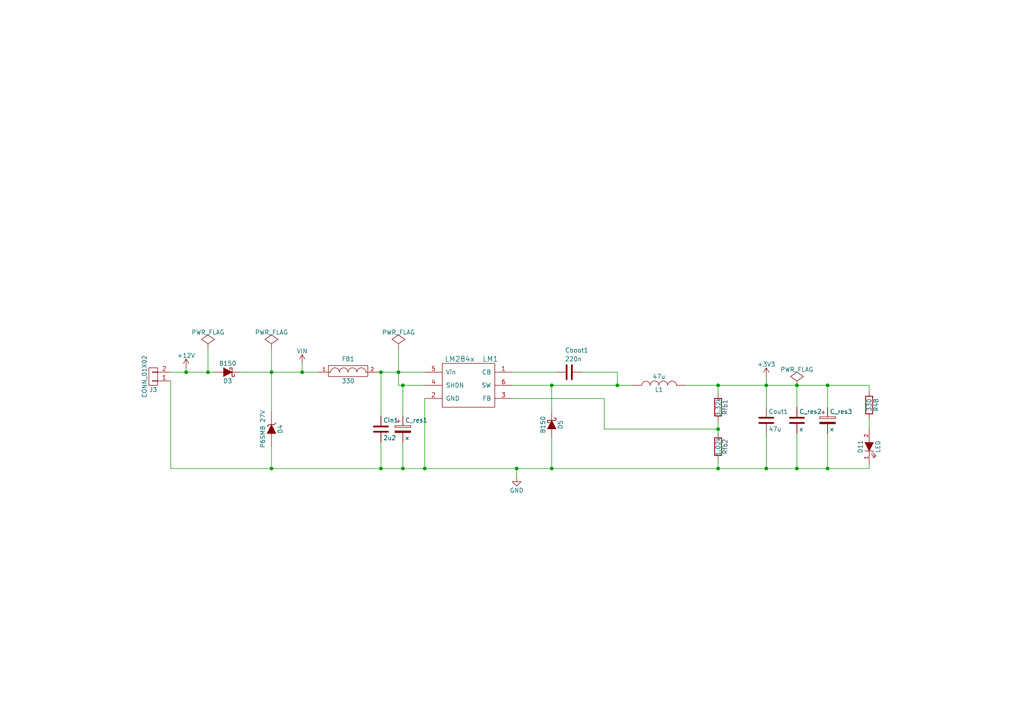
<source format=kicad_sch>
(kicad_sch (version 20211123) (generator eeschema)
  (paper "A4")
  (title_block (title "Power Supply") (date "2017-06-16") (rev "1.1") (company "Max Becker") (comment 1 "Revision 1.1 - Michael Funk"))
  (lib_symbols
    (symbol "freeDSP_Classic_SMD-rescue:+12V" (power) (pin_names (offset 0))
      (property "Value" "+12V" (at 0 3.556 0))
      (symbol "+12V_0_1"
        (polyline (pts (xy -0.762 1.27) (xy 0 2.54)))
        (polyline (pts (xy 0 0) (xy 0 2.54)))
        (polyline (pts (xy 0 2.54) (xy 0.762 1.27)))
      )
      (symbol "+12V_1_1"
        (pin power_in line (at 0 0 90) (length 0) hide (name "+12V") (number "1"))
      )
    )
    (symbol "freeDSP_Classic_SMD-rescue:+3V3" (power) (pin_names (offset 0))
      (property "Value" "+3V3" (at 0 3.556 0))
      (symbol "+3V3_0_1"
        (polyline (pts (xy -0.762 1.27) (xy 0 2.54)))
        (polyline (pts (xy 0 0) (xy 0 2.54)))
        (polyline (pts (xy 0 2.54) (xy 0.762 1.27)))
      )
      (symbol "+3V3_1_1"
        (pin power_in line (at 0 0 90) (length 0) hide (name "+3V3") (number "1"))
      )
    )
    (symbol "freeDSP_Classic_SMD-rescue:C" (pin_numbers hide) (pin_names (offset 0.254))
      (property "Reference" "C" (at 0.635 2.54 0))
      (property "Value" "C" (at 0.635 -2.54 0))
      (symbol "C_0_1"
        (polyline (pts (xy -2.032 -0.762) (xy 2.032 -0.762)) (stroke (width 0.508)))
        (polyline (pts (xy -2.032 0.762) (xy 2.032 0.762)) (stroke (width 0.508)))
      )
      (symbol "C_1_1"
        (pin passive line (at 0 3.81 270) (length 2.794) (name "~") (number "1"))
        (pin passive line (at 0 -3.81 90) (length 2.794) (name "~") (number "2"))
      )
    )
    (symbol "freeDSP_Classic_SMD-rescue:CONN_01X02" (pin_names (offset 1.016) hide)
      (property "Reference" "P" (at 0 3.81 0))
      (property "Value" "CONN_01X02" (at 2.54 0 90))
      (symbol "CONN_01X02_0_1"
        (rectangle (start -1.27 -1.143) (end 0.254 -1.397))
        (rectangle (start -1.27 1.397) (end 0.254 1.143))
        (rectangle (start -1.27 2.54) (end 1.27 -2.54))
      )
      (symbol "CONN_01X02_1_1"
        (pin passive line (at -5.08 1.27 0) (length 3.81) (name "P1") (number "1"))
        (pin passive line (at -5.08 -1.27 0) (length 3.81) (name "P2") (number "2"))
      )
    )
    (symbol "freeDSP_Classic_SMD-rescue:CP" (pin_numbers hide) (pin_names (offset 0.254))
      (property "Reference" "C" (at 0.635 2.54 0))
      (property "Value" "CP" (at 0.635 -2.54 0))
      (symbol "CP_0_1"
        (rectangle (start -2.286 0.508) (end -2.286 1.016))
        (rectangle (start -2.286 0.508) (end 2.286 0.508))
        (polyline (pts (xy -1.778 2.286) (xy -0.762 2.286)))
        (polyline (pts (xy -1.27 2.794) (xy -1.27 1.778)))
        (rectangle (start 2.286 -0.508) (end -2.286 -1.016) (fill (type outline)))
        (rectangle (start 2.286 1.016) (end -2.286 1.016))
        (rectangle (start 2.286 1.016) (end 2.286 0.508))
      )
      (symbol "CP_1_1"
        (pin passive line (at 0 3.81 270) (length 2.794) (name "~") (number "1"))
        (pin passive line (at 0 -3.81 90) (length 2.794) (name "~") (number "2"))
      )
    )
    (symbol "freeDSP_Classic_SMD-rescue:D_Schottky" (pin_numbers hide) (pin_names (offset 1.016) hide)
      (property "Reference" "D" (at 0 2.54 0))
      (property "Value" "D_Schottky" (at 0 -2.54 0))
      (symbol "D_Schottky_0_1"
        (polyline (pts (xy 1.27 1.27) (xy -1.27 0) (xy 1.27 -1.27)) (fill (type outline)))
        (polyline (pts (xy -1.905 0.635) (xy -1.905 1.27) (xy -1.27 1.27) (xy -1.27 -1.27) (xy -0.635 -1.27) (xy -0.635 -0.635)) (stroke (width 0.2032)))
      )
      (symbol "D_Schottky_1_1"
        (pin passive line (at -3.81 0 0) (length 2.54) (name "K") (number "1"))
        (pin passive line (at 3.81 0 180) (length 2.54) (name "A") (number "2"))
      )
    )
    (symbol "freeDSP_Classic_SMD-rescue:FILTER" (pin_names (offset 1.016) hide)
      (property "Reference" "FB" (at 0 3.81 0))
      (property "Value" "FILTER" (at 0 -2.54 0))
      (symbol "FILTER_0_1"
        (rectangle (start -5.715 1.905) (end 5.715 -1.27))
        (arc (start -2.54 0) (mid -3.81 1.27) (end -5.08 0))
        (arc (start 0 0) (mid -1.27 1.27) (end -2.54 0))
        (arc (start 0 0) (mid 0 0) (end 0 0))
        (arc (start 2.54 0) (mid 1.27 1.27) (end 0 0))
        (arc (start 5.08 0) (mid 3.81 1.27) (end 2.54 0))
      )
      (symbol "FILTER_1_1"
        (pin passive line (at -8.89 0 0) (length 3.81) (name "1") (number "1"))
        (pin passive line (at 8.89 0 180) (length 3.81) (name "2") (number "2"))
      )
    )
    (symbol "freeDSP_Classic_SMD-rescue:GND" (power) (pin_names (offset 0))
      (property "Value" "GND" (at 0 -3.81 0))
      (symbol "GND_0_1"
        (polyline (pts (xy 0 0) (xy 0 -1.27) (xy 1.27 -1.27) (xy 0 -2.54) (xy -1.27 -1.27) (xy 0 -1.27)))
      )
      (symbol "GND_1_1"
        (pin power_in line (at 0 0 270) (length 0) hide (name "GND") (number "1"))
      )
    )
    (symbol "freeDSP_Classic_SMD-rescue:L" (pin_numbers hide) (pin_names (offset 1.016) hide)
      (property "Reference" "L" (at -1.27 0 90))
      (property "Value" "L" (at 2.54 0 90))
      (symbol "L_0_1"
        (arc (start 0.0254 -5.0546) (mid 1.2449 -3.8097) (end 0.0254 -2.54))
        (arc (start 0.0254 -2.5146) (mid 1.2703 -1.2444) (end 0.0254 0.0508))
        (arc (start 0.0254 0.0254) (mid 1.2703 1.2956) (end 0.0254 2.5908))
        (arc (start 0.0254 2.5654) (mid 1.1941 3.7595) (end 0.0254 4.9784))
      )
      (symbol "L_1_1"
        (pin passive line (at 0 7.62 270) (length 2.54) (name "1") (number "1"))
        (pin passive line (at 0 -7.62 90) (length 2.54) (name "2") (number "2"))
      )
    )
    (symbol "freeDSP_Classic_SMD-rescue:LED" (pin_names (offset 1.016) hide)
      (property "Reference" "D" (at 0 2.54 0))
      (property "Value" "LED" (at 0 -2.54 0))
      (symbol "LED_0_1"
        (polyline (pts (xy -1.27 1.27) (xy -1.27 -1.27)))
        (polyline (pts (xy -2.032 -0.635) (xy -3.175 -1.651) (xy -3.048 -1.016)))
        (polyline (pts (xy -1.651 -1.016) (xy -2.794 -2.032) (xy -2.667 -1.397)))
        (polyline (pts (xy 1.27 1.27) (xy -1.27 0) (xy 1.27 -1.27)) (fill (type outline)))
      )
      (symbol "LED_1_1"
        (pin passive line (at -5.08 0 0) (length 3.81) (name "K") (number "1"))
        (pin passive line (at 5.08 0 180) (length 3.81) (name "A") (number "2"))
      )
    )
    (symbol "freeDSP_Classic_SMD-rescue:LM284x" (pin_names (offset 1.016))
      (property "Reference" "U" (at 6.35 7.62 0))
      (property "Value" "LM284x" (at -2.54 7.62 0))
      (symbol "LM284x_0_1"
        (rectangle (start -7.62 6.35) (end 7.62 -6.35))
      )
      (symbol "LM284x_1_1"
        (pin input line (at 12.7 3.81 180) (length 5.08) (name "CB") (number "1"))
        (pin power_in line (at -12.7 -3.81 0) (length 5.08) (name "GND") (number "2"))
        (pin input line (at 12.7 -3.81 180) (length 5.08) (name "FB") (number "3"))
        (pin input line (at -12.7 0 0) (length 5.08) (name "SHDN") (number "4"))
        (pin power_in line (at -12.7 3.81 0) (length 5.08) (name "Vin") (number "5"))
        (pin output line (at 12.7 0 180) (length 5.08) (name "SW") (number "6"))
      )
    )
    (symbol "freeDSP_Classic_SMD-rescue:PWR_FLAG" (power) (pin_numbers hide) (pin_names (offset 0) hide)
      (property "Value" "PWR_FLAG" (at 0 4.572 0))
      (symbol "PWR_FLAG_0_0"
        (pin power_out line (at 0 0 90) (length 0) (name "pwr") (number "1"))
      )
      (symbol "PWR_FLAG_0_1"
        (polyline (pts (xy 0 0) (xy 0 1.27) (xy -1.905 2.54) (xy 0 3.81) (xy 1.905 2.54) (xy 0 1.27)))
      )
    )
    (symbol "freeDSP_Classic_SMD-rescue:R" (pin_numbers hide) (pin_names (offset 0))
      (property "Reference" "R" (at 2.032 0 90))
      (property "Value" "R" (at 0 0 90))
      (symbol "R_0_1"
        (rectangle (start -1.016 -2.54) (end 1.016 2.54) (stroke (width 0.254)))
      )
      (symbol "R_1_1"
        (pin passive line (at 0 3.81 270) (length 1.27) (name "~") (number "1"))
        (pin passive line (at 0 -3.81 90) (length 1.27) (name "~") (number "2"))
      )
    )
    (symbol "freeDSP_Classic_SMD-rescue:VIN" (power) (pin_names (offset 0))
      (property "Value" "VIN" (at 0 3.556 0))
      (symbol "VIN_0_1"
        (polyline (pts (xy -0.762 1.27) (xy 0 2.54)))
        (polyline (pts (xy 0 0) (xy 0 2.54)))
        (polyline (pts (xy 0 2.54) (xy 0.762 1.27)))
      )
      (symbol "VIN_1_1"
        (pin power_in line (at 0 0 90) (length 0) hide (name "VIN") (number "1"))
      )
    )
    (symbol "freeDSP_Classic_SMD-rescue:ZENER" (pin_numbers hide) (pin_names (offset 1.016) hide)
      (property "Reference" "D" (at 0 2.54 0))
      (property "Value" "ZENER" (at 0 -2.54 0))
      (symbol "ZENER_0_1"
        (polyline (pts (xy -1.778 1.27) (xy -1.27 0.762) (xy -1.27 -0.762) (xy -0.762 -1.27) (xy -0.762 -1.27)) (stroke (width 0.2032)))
        (polyline (pts (xy -1.27 0) (xy 1.27 1.27) (xy 1.27 -1.27) (xy -1.27 0) (xy -1.27 0)) (fill (type outline)))
      )
      (symbol "ZENER_1_1"
        (pin passive line (at -5.08 0 0) (length 3.81) (name "K") (number "1"))
        (pin passive line (at 5.08 0 180) (length 3.81) (name "A") (number "2"))
      )
    )
  )
  (junction (at 222.25 111.76))
  (junction (at 110.49 135.89))
  (junction (at 78.74 107.95))
  (junction (at 208.28 135.89))
  (junction (at 78.74 135.89))
  (junction (at 160.02 135.89))
  (junction (at 87.63 107.95))
  (junction (at 110.49 107.95))
  (junction (at 179.07 111.76))
  (junction (at 60.325 107.95))
  (junction (at 240.03 135.89))
  (junction (at 222.25 135.89))
  (junction (at 231.14 135.89))
  (junction (at 116.84 111.76))
  (junction (at 208.28 124.46))
  (junction (at 231.14 111.76))
  (junction (at 53.975 107.95))
  (junction (at 160.02 111.76))
  (junction (at 116.84 135.89))
  (junction (at 240.03 111.76))
  (junction (at 123.19 135.89))
  (junction (at 208.28 111.76))
  (junction (at 115.57 107.95))
  (junction (at 149.86 135.89))
  (wire (pts (xy 62.23 107.95) (xy 60.325 107.95)))
  (wire (pts (xy 115.57 107.95) (xy 123.19 107.95)))
  (wire (pts (xy 160.02 135.89) (xy 208.28 135.89)))
  (wire (pts (xy 231.14 135.89) (xy 240.03 135.89)))
  (wire (pts (xy 149.86 135.89) (xy 160.02 135.89)))
  (wire (pts (xy 160.02 111.76) (xy 179.07 111.76)))
  (wire (pts (xy 148.59 107.95) (xy 161.29 107.95)))
  (wire (pts (xy 179.07 111.76) (xy 183.515 111.76)))
  (wire (pts (xy 115.57 100.965) (xy 115.57 107.95)))
  (wire (pts (xy 179.07 107.95) (xy 179.07 111.76)))
  (wire (pts (xy 123.19 135.89) (xy 149.86 135.89)))
  (wire (pts (xy 175.26 124.46) (xy 175.26 115.57)))
  (wire (pts (xy 123.19 115.57) (xy 123.19 135.89)))
  (wire (pts (xy 208.28 124.46) (xy 208.28 125.73)))
  (wire (pts (xy 175.26 115.57) (xy 148.59 115.57)))
  (wire (pts (xy 116.84 128.27) (xy 116.84 135.89)))
  (wire (pts (xy 240.03 135.89) (xy 252.095 135.89)))
  (wire (pts (xy 116.84 120.65) (xy 116.84 111.76)))
  (wire (pts (xy 53.975 106.68) (xy 53.975 107.95)))
  (wire (pts (xy 110.49 135.89) (xy 116.84 135.89)))
  (wire (pts (xy 252.095 135.89) (xy 252.095 134.62)))
  (wire (pts (xy 110.49 120.65) (xy 110.49 107.95)))
  (wire (pts (xy 60.325 107.95) (xy 53.975 107.95)))
  (wire (pts (xy 115.57 107.95) (xy 115.57 111.76)))
  (wire (pts (xy 78.74 100.965) (xy 78.74 107.95)))
  (wire (pts (xy 160.02 127) (xy 160.02 135.89)))
  (wire (pts (xy 240.03 111.76) (xy 240.03 118.11)))
  (wire (pts (xy 110.49 128.27) (xy 110.49 135.89)))
  (wire (pts (xy 175.26 124.46) (xy 208.28 124.46)))
  (wire (pts (xy 208.28 135.89) (xy 208.28 133.35)))
  (wire (pts (xy 231.14 135.89) (xy 231.14 125.73)))
  (wire (pts (xy 231.14 111.76) (xy 240.03 111.76)))
  (wire (pts (xy 115.57 111.76) (xy 116.84 111.76)))
  (wire (pts (xy 252.095 111.76) (xy 252.095 113.665)))
  (wire (pts (xy 148.59 111.76) (xy 160.02 111.76)))
  (wire (pts (xy 49.53 135.89) (xy 78.74 135.89)))
  (wire (pts (xy 78.74 135.89) (xy 110.49 135.89)))
  (wire (pts (xy 60.325 100.965) (xy 60.325 107.95)))
  (wire (pts (xy 222.25 135.89) (xy 222.25 125.73)))
  (wire (pts (xy 78.74 129.54) (xy 78.74 135.89)))
  (wire (pts (xy 78.74 107.95) (xy 87.63 107.95)))
  (wire (pts (xy 110.49 107.95) (xy 115.57 107.95)))
  (wire (pts (xy 208.28 135.89) (xy 222.25 135.89)))
  (wire (pts (xy 240.03 135.89) (xy 240.03 125.73)))
  (wire (pts (xy 240.03 111.76) (xy 252.095 111.76)))
  (wire (pts (xy 78.74 107.95) (xy 78.74 119.38)))
  (wire (pts (xy 87.63 107.95) (xy 92.075 107.95)))
  (wire (pts (xy 208.28 121.92) (xy 208.28 124.46)))
  (wire (pts (xy 222.25 111.76) (xy 222.25 118.11)))
  (wire (pts (xy 252.095 121.285) (xy 252.095 124.46)))
  (wire (pts (xy 116.84 111.76) (xy 123.19 111.76)))
  (wire (pts (xy 208.28 111.76) (xy 222.25 111.76)))
  (wire (pts (xy 69.85 107.95) (xy 78.74 107.95)))
  (wire (pts (xy 208.28 114.3) (xy 208.28 111.76)))
  (wire (pts (xy 149.86 138.43) (xy 149.86 135.89)))
  (wire (pts (xy 179.07 107.95) (xy 168.91 107.95)))
  (wire (pts (xy 160.02 119.38) (xy 160.02 111.76)))
  (wire (pts (xy 109.855 107.95) (xy 110.49 107.95)))
  (wire (pts (xy 222.25 111.76) (xy 231.14 111.76)))
  (wire (pts (xy 53.975 107.95) (xy 49.53 107.95)))
  (wire (pts (xy 87.63 105.41) (xy 87.63 107.95)))
  (wire (pts (xy 198.755 111.76) (xy 208.28 111.76)))
  (wire (pts (xy 116.84 135.89) (xy 123.19 135.89)))
  (wire (pts (xy 222.25 109.22) (xy 222.25 111.76)))
  (wire (pts (xy 49.53 135.89) (xy 49.53 110.49)))
  (wire (pts (xy 231.14 118.11) (xy 231.14 111.76)))
  (wire (pts (xy 222.25 135.89) (xy 231.14 135.89)))
  (symbol (lib_id "freeDSP_Classic_SMD-rescue:LM284x") (at 135.89 111.76 0) (unit 1)
    (property "Reference" "LM1" (at 142.24 104.14 0) (effects (font (size 1.524 1.524))))
    (property "Value" "LM284x" (at 133.35 104.14 0) (effects (font (size 1.524 1.524))))
    (property "Footprint" "fdsp_housing:SOT23-6_1.7x3.0mm_Pitch0.95mm" (effects hide))
    (property "Datasheet" "http://www.ti.com/lit/ds/symlink/lm2842.pdf" (effects hide))
  )
  (symbol (lib_id "freeDSP_Classic_SMD-rescue:C") (at 110.49 124.46 0) (unit 1)
    (property "Reference" "Cin1" (at 111.125 121.92 0) (effects (justify left)))
    (property "Value" "2u2" (at 111.125 127 0) (effects (justify left)))
    (property "Footprint" "fdsp_capacitor:C_1206_HandSoldering" (effects hide))
  )
  (symbol (lib_id "freeDSP_Classic_SMD-rescue:C") (at 165.1 107.95 270) (unit 1)
    (property "Reference" "Cboot1" (at 163.83 101.6 90) (effects (justify left)))
    (property "Value" "220n" (at 163.83 104.14 90) (effects (justify left)))
    (property "Footprint" "fdsp_capacitor:C_1206_HandSoldering" (effects hide))
  )
  (symbol (lib_id "freeDSP_Classic_SMD-rescue:L") (at 191.135 111.76 90) (unit 1)
    (property "Reference" "L1" (at 191.135 113.03 90))
    (property "Value" "47u" (at 191.135 109.22 90))
    (property "Footprint" "fdsp_inductor_new:Choke_SMD_6.0x5.8" (effects hide))
  )
  (symbol (lib_id "freeDSP_Classic_SMD-rescue:R") (at 208.28 118.11 0) (unit 1)
    (property "Reference" "Rfb1" (at 210.312 118.11 90))
    (property "Value" "3.32k" (at 208.28 118.11 90))
    (property "Footprint" "fdsp_resistor:R_1206_HandSoldering" (effects hide))
  )
  (symbol (lib_id "freeDSP_Classic_SMD-rescue:R") (at 208.28 129.54 0) (unit 1)
    (property "Reference" "Rfb2" (at 210.312 129.54 90))
    (property "Value" "1.02k" (at 208.28 129.54 90))
    (property "Footprint" "fdsp_resistor:R_1206_HandSoldering" (effects hide))
  )
  (symbol (lib_id "freeDSP_Classic_SMD-rescue:C") (at 222.25 121.92 0) (unit 1)
    (property "Reference" "Cout1" (at 222.885 119.38 0) (effects (justify left)))
    (property "Value" "47u" (at 222.885 124.46 0) (effects (justify left)))
    (property "Footprint" "fdsp_capacitor:C_1206_HandSoldering" (effects hide))
  )
  (symbol (lib_id "freeDSP_Classic_SMD-rescue:GND") (at 149.86 138.43 0) (unit 1)
    (property "Reference" "#PWR067" (effects hide))
    (property "Value" "GND" (at 149.86 142.24 0))
  )
  (symbol (lib_id "freeDSP_Classic_SMD-rescue:VIN") (at 87.63 105.41 0) (unit 1)
    (property "Reference" "#PWR068" (effects hide))
    (property "Value" "VIN" (at 87.63 101.854 0))
  )
  (symbol (lib_id "freeDSP_Classic_SMD-rescue:ZENER") (at 78.74 124.46 270) (unit 1)
    (property "Reference" "D4" (at 81.28 124.46 0))
    (property "Value" "P6SMB 27V" (at 76.2 124.46 0))
    (property "Footprint" "fdsp_diode:SMB" (effects hide))
    (property "Datasheet" "http://www.mouser.com/ds/2/54/6smb-778327.pdf" (effects hide))
  )
  (symbol (lib_id "freeDSP_Classic_SMD-rescue:D_Schottky") (at 66.04 107.95 180) (unit 1)
    (property "Reference" "D3" (at 66.04 110.49 0))
    (property "Value" "B150" (at 66.04 105.41 0))
    (property "Footprint" "fdsp_diode:SMA" (effects hide))
    (property "Datasheet" "http://www.mouser.com/ds/2/115/ds13002-60388.pdf" (effects hide))
  )
  (symbol (lib_id "freeDSP_Classic_SMD-rescue:CONN_01X02") (at 44.45 109.22 180) (unit 1)
    (property "Reference" "J3" (at 44.45 113.03 0))
    (property "Value" "CONN_01X02" (at 41.91 109.22 90))
    (property "Footprint" "fdsp_connector:RIACON101-2" (effects hide))
  )
  (symbol (lib_id "freeDSP_Classic_SMD-rescue:FILTER") (at 100.965 107.95 0) (unit 1)
    (property "Reference" "FB1" (at 100.965 104.14 0))
    (property "Value" "330" (at 100.965 110.49 0))
    (property "Footprint" "fdsp_capacitor:C_0805_HandSoldering" (effects hide))
    (property "Datasheet" "http://www.mouser.com/ds/2/281/c31e-794748.pdf" (effects hide))
  )
  (symbol (lib_id "freeDSP_Classic_SMD-rescue:+12V") (at 53.975 106.68 0) (unit 1)
    (property "Reference" "#PWR069" (effects hide))
    (property "Value" "+12V" (at 53.975 103.124 0))
  )
  (symbol (lib_id "freeDSP_Classic_SMD-rescue:+3V3") (at 222.25 109.22 0) (unit 1)
    (property "Reference" "#PWR070" (effects hide))
    (property "Value" "+3V3" (at 222.25 105.664 0))
  )
  (symbol (lib_id "freeDSP_Classic_SMD-rescue:D_Schottky") (at 160.02 123.19 270) (unit 1)
    (property "Reference" "D5" (at 162.56 123.19 0))
    (property "Value" "B150" (at 157.48 123.19 0))
    (property "Footprint" "fdsp_diode:SMA" (effects hide))
    (property "Datasheet" "http://www.mouser.com/ds/2/115/ds13002-60388.pdf" (effects hide))
  )
  (symbol (lib_id "freeDSP_Classic_SMD-rescue:CP") (at 240.03 121.92 0) (unit 1)
    (property "Reference" "C_res3" (at 240.665 119.38 0) (effects (justify left)))
    (property "Value" "x" (at 240.665 124.46 0) (effects (justify left)))
    (property "Footprint" "fdsp_capacitor:C_Radial_D5_L11_P2" (effects hide))
  )
  (symbol (lib_id "freeDSP_Classic_SMD-rescue:C") (at 231.14 121.92 0) (unit 1)
    (property "Reference" "C_res2" (at 231.775 119.38 0) (effects (justify left)))
    (property "Value" "x" (at 231.775 124.46 0) (effects (justify left)))
    (property "Footprint" "fdsp_capacitor:C_1206_HandSoldering" (effects hide))
  )
  (symbol (lib_id "freeDSP_Classic_SMD-rescue:CP") (at 116.84 124.46 0) (unit 1)
    (property "Reference" "C_res1" (at 117.475 121.92 0) (effects (justify left)))
    (property "Value" "x" (at 117.475 127 0) (effects (justify left)))
    (property "Footprint" "fdsp_capacitor:C_Radial_D5_L11_P2" (effects hide))
  )
  (symbol (lib_id "freeDSP_Classic_SMD-rescue:PWR_FLAG") (at 231.14 111.76 0) (unit 1)
    (property "Reference" "#FLG071" (effects hide))
    (property "Value" "PWR_FLAG" (at 231.14 107.188 0))
  )
  (symbol (lib_id "freeDSP_Classic_SMD-rescue:PWR_FLAG") (at 60.325 100.965 0) (unit 1)
    (property "Reference" "#FLG072" (effects hide))
    (property "Value" "PWR_FLAG" (at 60.325 96.393 0))
  )
  (symbol (lib_id "freeDSP_Classic_SMD-rescue:PWR_FLAG") (at 78.74 100.965 0) (unit 1)
    (property "Reference" "#FLG073" (effects hide))
    (property "Value" "PWR_FLAG" (at 78.74 96.393 0))
  )
  (symbol (lib_id "freeDSP_Classic_SMD-rescue:PWR_FLAG") (at 115.57 100.965 0) (unit 1)
    (property "Reference" "#FLG074" (effects hide))
    (property "Value" "PWR_FLAG" (at 115.57 96.393 0))
  )
  (symbol (lib_id "freeDSP_Classic_SMD-rescue:LED") (at 252.095 129.54 90) (unit 1)
    (property "Reference" "D11" (at 249.555 129.54 0))
    (property "Value" "LED" (at 254.635 129.54 0))
    (property "Footprint" "fdsp_resistor:R_1206_HandSoldering" (effects hide))
  )
  (symbol (lib_id "freeDSP_Classic_SMD-rescue:R") (at 252.095 117.475 0) (unit 1)
    (property "Reference" "R48" (at 254.127 117.475 90))
    (property "Value" "330" (at 252.095 117.475 90))
    (property "Footprint" "fdsp_resistor:R_1206_HandSoldering" (effects hide))
  )
)
</source>
